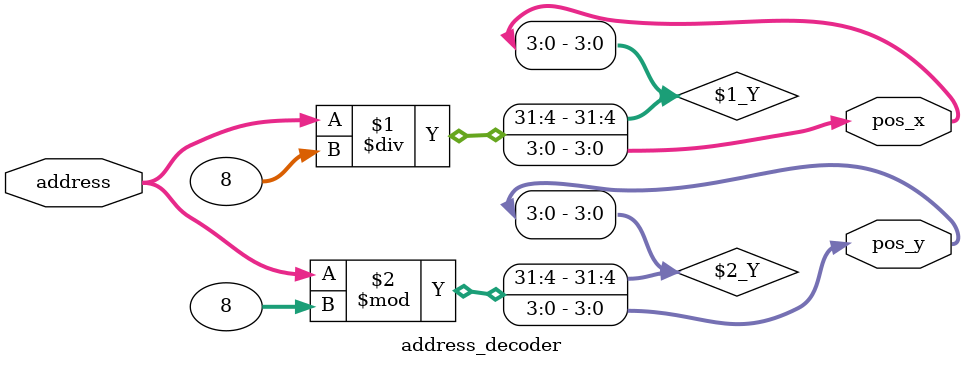
<source format=v>
`ifndef address_utils_m
`define address_utils_m

module address_encoder (
  input [3:0] pos_x, pos_y,
  // 64 address
  output [5:0] address
  );
  assign address = (pos_x * 8) + pos_y;
endmodule // address_encoder

module address_decoder (
  input [5:0] address,
  output [3:0] pos_x, pos_y
  );
  assign pos_x = address / 8;
  assign pos_y = address % 8;
endmodule // address_decoder

`endif

</source>
